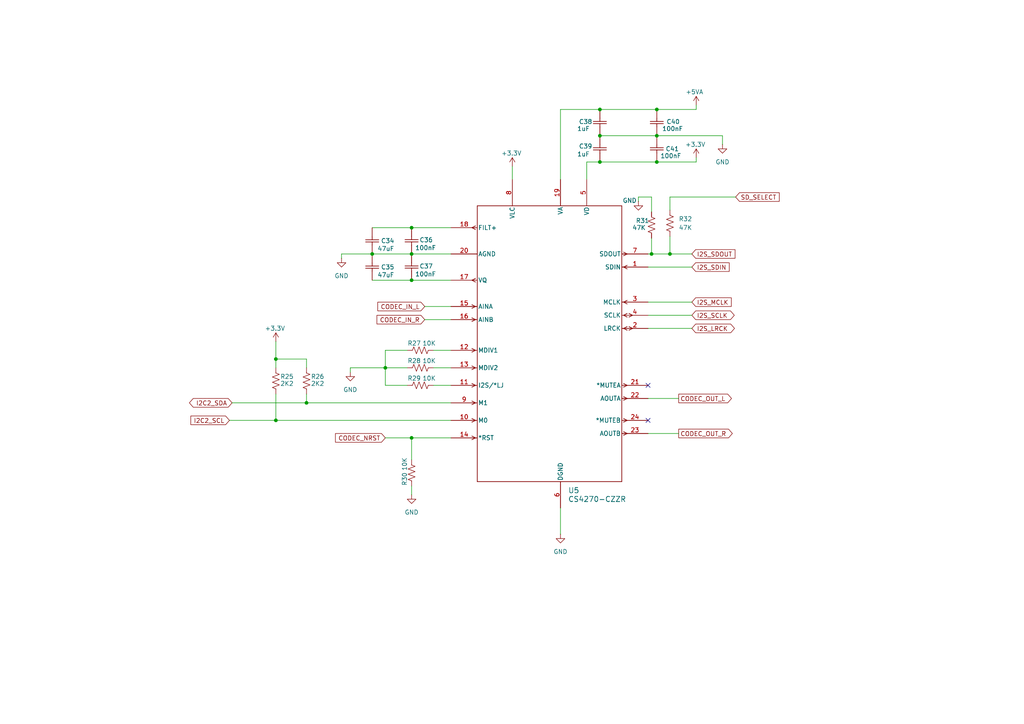
<source format=kicad_sch>
(kicad_sch (version 20231120) (generator "eeschema") (generator_version "8.0")
  (paper "A4")
  (lib_symbols
    (symbol "Digital_Multi_Effect_Pedal:CS4270-CZZR" (pin_names (offset 0.254))
      (property "Reference" "U" (at 39.37 -49.022 0))
      (property "Value" "CS4270-CZZR" (at 40.132 -53.086 0))
      (symbol "CS4270-CZZR_0_1"
        (polyline (pts (xy 18.5293 -85.09) (xy 17.4879 -85.6107)) (stroke (width 0.2032)))
        (polyline (pts (xy 18.5293 -85.09) (xy 17.4879 -84.5693)) (stroke (width 0.2032)))
        (polyline (pts (xy 18.5293 -80.01) (xy 17.4879 -80.5307)) (stroke (width 0.2032)))
        (polyline (pts (xy 18.5293 -80.01) (xy 17.4879 -79.4893)) (stroke (width 0.2032)))
        (polyline (pts (xy 18.5293 -74.93) (xy 17.4879 -75.4507)) (stroke (width 0.2032)))
        (polyline (pts (xy 18.5293 -74.93) (xy 17.4879 -74.4093)) (stroke (width 0.2032)))
        (polyline (pts (xy 18.5293 -69.85) (xy 17.4879 -70.3707)) (stroke (width 0.2032)))
        (polyline (pts (xy 18.5293 -69.85) (xy 17.4879 -69.3293)) (stroke (width 0.2032)))
        (polyline (pts (xy 18.5293 -64.77) (xy 17.4879 -65.2907)) (stroke (width 0.2032)))
        (polyline (pts (xy 18.5293 -64.77) (xy 17.4879 -64.2493)) (stroke (width 0.2032)))
        (polyline (pts (xy 18.5293 -59.69) (xy 17.4879 -60.2107)) (stroke (width 0.2032)))
        (polyline (pts (xy 18.5293 -59.69) (xy 17.4879 -59.1693)) (stroke (width 0.2032)))
        (polyline (pts (xy 18.5293 -50.8) (xy 17.4879 -51.3207)) (stroke (width 0.2032)))
        (polyline (pts (xy 18.5293 -50.8) (xy 17.4879 -50.2793)) (stroke (width 0.2032)))
        (polyline (pts (xy 18.5293 -46.99) (xy 17.4879 -47.5107)) (stroke (width 0.2032)))
        (polyline (pts (xy 18.5293 -46.99) (xy 17.4879 -46.4693)) (stroke (width 0.2032)))
        (polyline (pts (xy 18.5293 -39.8907) (xy 17.4879 -39.37)) (stroke (width 0.2032)))
        (polyline (pts (xy 18.5293 -38.8493) (xy 17.4879 -39.37)) (stroke (width 0.2032)))
        (polyline (pts (xy 18.5293 -24.6507) (xy 17.4879 -24.13)) (stroke (width 0.2032)))
        (polyline (pts (xy 18.5293 -23.6093) (xy 17.4879 -24.13)) (stroke (width 0.2032)))
        (polyline (pts (xy 19.05 -97.79) (xy 60.96 -97.79)) (stroke (width 0.2032)))
        (polyline (pts (xy 19.05 -17.78) (xy 19.05 -97.79)) (stroke (width 0.2032)))
        (polyline (pts (xy 60.96 -97.79) (xy 60.96 -17.78)) (stroke (width 0.2032)))
        (polyline (pts (xy 60.96 -17.78) (xy 19.05 -17.78)) (stroke (width 0.2032)))
        (polyline (pts (xy 61.4807 -84.3407) (xy 62.5221 -83.82)) (stroke (width 0.2032)))
        (polyline (pts (xy 61.4807 -83.2993) (xy 62.5221 -83.82)) (stroke (width 0.2032)))
        (polyline (pts (xy 61.4807 -80.5307) (xy 62.5221 -80.01)) (stroke (width 0.2032)))
        (polyline (pts (xy 61.4807 -79.4893) (xy 62.5221 -80.01)) (stroke (width 0.2032)))
        (polyline (pts (xy 61.4807 -74.1807) (xy 62.5221 -73.66)) (stroke (width 0.2032)))
        (polyline (pts (xy 61.4807 -73.1393) (xy 62.5221 -73.66)) (stroke (width 0.2032)))
        (polyline (pts (xy 61.4807 -70.3707) (xy 62.5221 -69.85)) (stroke (width 0.2032)))
        (polyline (pts (xy 61.4807 -69.3293) (xy 62.5221 -69.85)) (stroke (width 0.2032)))
        (polyline (pts (xy 61.4807 -53.34) (xy 62.5221 -53.8607)) (stroke (width 0.2032)))
        (polyline (pts (xy 61.4807 -53.34) (xy 62.5221 -52.8193)) (stroke (width 0.2032)))
        (polyline (pts (xy 61.4807 -49.53) (xy 62.5221 -50.0507)) (stroke (width 0.2032)))
        (polyline (pts (xy 61.4807 -49.53) (xy 62.5221 -49.0093)) (stroke (width 0.2032)))
        (polyline (pts (xy 61.4807 -45.72) (xy 62.5221 -46.2407)) (stroke (width 0.2032)))
        (polyline (pts (xy 61.4807 -45.72) (xy 62.5221 -45.1993)) (stroke (width 0.2032)))
        (polyline (pts (xy 61.4807 -35.56) (xy 62.5221 -36.0807)) (stroke (width 0.2032)))
        (polyline (pts (xy 61.4807 -35.56) (xy 62.5221 -35.0393)) (stroke (width 0.2032)))
        (polyline (pts (xy 61.4807 -32.2707) (xy 62.5221 -31.75)) (stroke (width 0.2032)))
        (polyline (pts (xy 61.4807 -31.2293) (xy 62.5221 -31.75)) (stroke (width 0.2032)))
        (polyline (pts (xy 63.0428 -53.8607) (xy 64.0842 -53.34)) (stroke (width 0.2032)))
        (polyline (pts (xy 63.0428 -52.8193) (xy 64.0842 -53.34)) (stroke (width 0.2032)))
        (polyline (pts (xy 63.0428 -50.0507) (xy 64.0842 -49.53)) (stroke (width 0.2032)))
        (polyline (pts (xy 63.0428 -49.0093) (xy 64.0842 -49.53)) (stroke (width 0.2032)))
        (pin input line (at 68.58 -35.56 180) (length 7.62) (name "SDIN") (number "1"))
        (pin input line (at 11.43 -80.01 0) (length 7.62) (name "M0") (number "10"))
        (pin input line (at 11.43 -69.85 0) (length 7.62) (name "I2S/*LJ") (number "11"))
        (pin input line (at 11.43 -59.69 0) (length 7.62) (name "MDIV1") (number "12"))
        (pin input line (at 11.43 -64.77 0) (length 7.62) (name "MDIV2") (number "13"))
        (pin input line (at 11.43 -85.09 0) (length 7.62) (name "*RST") (number "14"))
        (pin input line (at 11.43 -46.99 0) (length 7.62) (name "AINA") (number "15"))
        (pin input line (at 11.43 -50.8 0) (length 7.62) (name "AINB") (number "16"))
        (pin output line (at 11.43 -39.37 0) (length 7.62) (name "VQ") (number "17"))
        (pin output line (at 11.43 -24.13 0) (length 7.62) (name "FILT+") (number "18"))
        (pin power_in line (at 43.18 -10.16 270) (length 7.62) (name "VA") (number "19"))
        (pin bidirectional line (at 68.58 -53.34 180) (length 7.62) (name "LRCK") (number "2"))
        (pin power_in line (at 11.43 -31.75 0) (length 7.62) (name "AGND") (number "20"))
        (pin output line (at 68.58 -69.85 180) (length 7.62) (name "*MUTEA") (number "21"))
        (pin output line (at 68.58 -73.66 180) (length 7.62) (name "AOUTA") (number "22"))
        (pin output line (at 68.58 -83.82 180) (length 7.62) (name "AOUTB") (number "23"))
        (pin output line (at 68.58 -80.01 180) (length 7.62) (name "*MUTEB") (number "24"))
        (pin input line (at 68.58 -45.72 180) (length 7.62) (name "MCLK") (number "3"))
        (pin bidirectional line (at 68.58 -49.53 180) (length 7.62) (name "SCLK") (number "4"))
        (pin power_in line (at 50.8 -10.16 270) (length 7.62) (name "VD") (number "5"))
        (pin power_in line (at 43.18 -105.41 90) (length 7.62) (name "DGND") (number "6"))
        (pin output line (at 68.58 -31.75 180) (length 7.62) (name "SDOUT") (number "7"))
        (pin power_in line (at 29.21 -10.16 270) (length 7.62) (name "VLC") (number "8"))
        (pin input line (at 11.43 -74.93 0) (length 7.62) (name "M1") (number "9"))
      )
    )
    (symbol "charge_battery_sym_lib:Ceramic_Cap_SMD_100nF_16V" (pin_numbers hide) (pin_names hide)
      (property "Reference" "C" (at 1.016 2.794 0))
      (property "Value" "100nF/16V" (at 0.254 5.334 0))
      (symbol "Ceramic_Cap_SMD_100nF_16V_1_1"
        (polyline (pts (xy 1.27 0) (xy 2.2098 0)) (stroke (width 0.2032)))
        (polyline (pts (xy 2.2098 -1.905) (xy 2.2098 1.905)) (stroke (width 0.2032)))
        (polyline (pts (xy 2.8448 -1.905) (xy 2.8448 1.905)) (stroke (width 0.2032)))
        (polyline (pts (xy 2.8448 0) (xy 3.81 0)) (stroke (width 0.2032)))
        (pin unspecified line (at -1.27 0 0) (length 2.54) (name "") (number "1"))
        (pin unspecified line (at 6.35 0 180) (length 2.54) (name "") (number "2"))
      )
    )
    (symbol "charge_battery_sym_lib:Ceramic_Cap_SMD_1uF_16V" (pin_numbers hide) (pin_names hide)
      (property "Reference" "C" (at 2.286 2.794 0))
      (property "Value" "1uF/16V" (at 0.254 5.334 0))
      (symbol "Ceramic_Cap_SMD_1uF_16V_1_1"
        (polyline (pts (xy 2.54 0) (xy 3.4798 0)) (stroke (width 0.2032)))
        (polyline (pts (xy 3.4798 -1.905) (xy 3.4798 1.905)) (stroke (width 0.2032)))
        (polyline (pts (xy 4.1148 -1.905) (xy 4.1148 1.905)) (stroke (width 0.2032)))
        (polyline (pts (xy 4.1148 0) (xy 5.08 0)) (stroke (width 0.2032)))
        (pin unspecified line (at 0 0 0) (length 2.54) (name "") (number "1"))
        (pin unspecified line (at 7.62 0 180) (length 2.54) (name "") (number "2"))
      )
    )
    (symbol "charge_battery_sym_lib:Ceramic_Cap_SMD_47uF_6.3V" (pin_numbers hide) (pin_names hide)
      (property "Reference" "C" (at 2.286 2.794 0))
      (property "Value" "47uF/6.3V" (at 0.254 5.334 0))
      (symbol "Ceramic_Cap_SMD_47uF_6.3V_1_1"
        (polyline (pts (xy 2.54 0) (xy 3.4798 0)) (stroke (width 0.2032)))
        (polyline (pts (xy 3.4798 -1.905) (xy 3.4798 1.905)) (stroke (width 0.2032)))
        (polyline (pts (xy 4.1148 -1.905) (xy 4.1148 1.905)) (stroke (width 0.2032)))
        (polyline (pts (xy 4.1148 0) (xy 5.08 0)) (stroke (width 0.2032)))
        (pin unspecified line (at 0 0 0) (length 2.54) (name "") (number "1"))
        (pin unspecified line (at 7.62 0 180) (length 2.54) (name "") (number "2"))
      )
    )
    (symbol "charge_battery_sym_lib:Res_10K_0603_1%" (pin_numbers hide) (pin_names hide)
      (property "Reference" "R" (at 2.794 3.81 0))
      (property "Value" "10K/1%/1_10W" (at 4.064 -2.54 0))
      (symbol "Res_10K_0603_1%_0_1"
        (polyline (pts (xy 1.524 0) (xy 1.27 0)))
        (polyline (pts (xy 6.096 0) (xy 6.35 0)))
        (polyline (pts (xy 1.524 0) (xy 1.905 1.016) (xy 2.286 0) (xy 2.667 -1.016) (xy 3.048 0)))
        (polyline (pts (xy 3.048 0) (xy 3.429 1.016) (xy 3.81 0) (xy 4.191 -1.016) (xy 4.572 0)))
        (polyline (pts (xy 4.572 0) (xy 4.953 1.016) (xy 5.334 0) (xy 5.715 -1.016) (xy 6.096 0)))
      )
      (symbol "Res_10K_0603_1%_1_1"
        (pin passive line (at 0 0 0) (length 1.27) (name "~") (number "1"))
        (pin passive line (at 7.62 0 180) (length 1.27) (name "~") (number "2"))
      )
    )
    (symbol "charge_battery_sym_lib:Res_2K2_0603_1%" (pin_numbers hide) (pin_names hide)
      (property "Reference" "R" (at 3.556 2.54 0))
      (property "Value" "2K2/1%/1_10W" (at 4.064 -2.54 0))
      (symbol "Res_2K2_0603_1%_0_1"
        (polyline (pts (xy 1.524 0) (xy 1.27 0)))
        (polyline (pts (xy 6.096 0) (xy 6.35 0)))
        (polyline (pts (xy 1.524 0) (xy 1.905 1.016) (xy 2.286 0) (xy 2.667 -1.016) (xy 3.048 0)))
        (polyline (pts (xy 3.048 0) (xy 3.429 1.016) (xy 3.81 0) (xy 4.191 -1.016) (xy 4.572 0)))
        (polyline (pts (xy 4.572 0) (xy 4.953 1.016) (xy 5.334 0) (xy 5.715 -1.016) (xy 6.096 0)))
      )
      (symbol "Res_2K2_0603_1%_1_1"
        (pin passive line (at 0 0 0) (length 1.27) (name "~") (number "1"))
        (pin passive line (at 7.62 0 180) (length 1.27) (name "~") (number "2"))
      )
    )
    (symbol "charge_battery_sym_lib:Res_47K_0603_1%" (pin_numbers hide) (pin_names hide)
      (property "Reference" "R" (at 2.794 3.81 0))
      (property "Value" "47K/1%/1_10W" (at 4.064 -2.54 0))
      (symbol "Res_47K_0603_1%_0_1"
        (polyline (pts (xy 1.524 0) (xy 1.27 0)))
        (polyline (pts (xy 6.096 0) (xy 6.35 0)))
        (polyline (pts (xy 1.524 0) (xy 1.905 1.016) (xy 2.286 0) (xy 2.667 -1.016) (xy 3.048 0)))
        (polyline (pts (xy 3.048 0) (xy 3.429 1.016) (xy 3.81 0) (xy 4.191 -1.016) (xy 4.572 0)))
        (polyline (pts (xy 4.572 0) (xy 4.953 1.016) (xy 5.334 0) (xy 5.715 -1.016) (xy 6.096 0)))
      )
      (symbol "Res_47K_0603_1%_1_1"
        (pin passive line (at 0 0 0) (length 1.27) (name "~") (number "1"))
        (pin passive line (at 7.62 0 180) (length 1.27) (name "~") (number "2"))
      )
    )
    (symbol "power:+3.3V" (power) (pin_numbers hide) (pin_names (offset 0) hide)
      (property "Value" "+3.3V" (at 0 3.556 0))
      (symbol "+3.3V_0_1"
        (polyline (pts (xy -0.762 1.27) (xy 0 2.54)))
        (polyline (pts (xy 0 0) (xy 0 2.54)))
        (polyline (pts (xy 0 2.54) (xy 0.762 1.27)))
      )
      (symbol "+3.3V_1_1"
        (pin power_in line (at 0 0 90) (length 0) (name "~") (number "1"))
      )
    )
    (symbol "power:+5VA" (power) (pin_numbers hide) (pin_names (offset 0) hide)
      (property "Value" "+5VA" (at 0 3.556 0))
      (symbol "+5VA_0_1"
        (polyline (pts (xy -0.762 1.27) (xy 0 2.54)))
        (polyline (pts (xy 0 0) (xy 0 2.54)))
        (polyline (pts (xy 0 2.54) (xy 0.762 1.27)))
      )
      (symbol "+5VA_1_1"
        (pin power_in line (at 0 0 90) (length 0) (name "~") (number "1"))
      )
    )
    (symbol "power:GND" (power) (pin_numbers hide) (pin_names (offset 0) hide)
      (property "Value" "GND" (at 0 -3.81 0))
      (symbol "GND_0_1"
        (polyline (pts (xy 0 0) (xy 0 -1.27) (xy 1.27 -1.27) (xy 0 -2.54) (xy -1.27 -1.27) (xy 0 -1.27)))
      )
      (symbol "GND_1_1"
        (pin power_in line (at 0 0 270) (length 0) (name "~") (number "1"))
      )
    )
  )
  (junction (at 190.5 46.99))
  (junction (at 173.99 31.75))
  (junction (at 119.38 73.66))
  (junction (at 173.99 46.99))
  (junction (at 188.976 73.66))
  (junction (at 119.38 127))
  (junction (at 190.5 31.75))
  (junction (at 80.01 121.92))
  (junction (at 190.5 39.37))
  (junction (at 107.95 73.66))
  (junction (at 88.9 116.84))
  (junction (at 80.01 104.14))
  (junction (at 194.31 73.66))
  (junction (at 119.38 81.28))
  (junction (at 111.76 106.68))
  (junction (at 173.99 39.37))
  (junction (at 119.38 66.04))
  (no_connect (at 187.96 111.76))
  (no_connect (at 187.96 121.92))
  (wire (pts (xy 213.36 57.15) (xy 194.31 57.15)))
  (wire (pts (xy 119.38 73.66) (xy 130.81 73.66)))
  (wire (pts (xy 125.73 106.68) (xy 130.81 106.68)))
  (wire (pts (xy 173.99 31.75) (xy 190.5 31.75)))
  (wire (pts (xy 194.31 57.15) (xy 194.31 60.96)))
  (wire (pts (xy 187.96 73.66) (xy 188.976 73.66)))
  (wire (pts (xy 187.96 87.63) (xy 200.66 87.63)))
  (wire (pts (xy 188.976 57.15) (xy 188.976 61.468)))
  (wire (pts (xy 111.76 101.6) (xy 118.11 101.6)))
  (wire (pts (xy 148.59 48.26) (xy 148.59 52.07)))
  (wire (pts (xy 107.95 81.28) (xy 119.38 81.28)))
  (wire (pts (xy 185.166 57.15) (xy 188.976 57.15)))
  (wire (pts (xy 101.6 106.68) (xy 101.6 107.95)))
  (wire (pts (xy 125.73 111.76) (xy 130.81 111.76)))
  (wire (pts (xy 162.56 31.75) (xy 162.56 52.07)))
  (wire (pts (xy 209.55 41.91) (xy 209.55 39.37)))
  (wire (pts (xy 118.11 106.68) (xy 111.76 106.68)))
  (wire (pts (xy 173.99 46.99) (xy 170.18 46.99)))
  (wire (pts (xy 119.38 81.28) (xy 130.81 81.28)))
  (wire (pts (xy 196.85 115.57) (xy 187.96 115.57)))
  (wire (pts (xy 80.01 104.14) (xy 80.01 106.68)))
  (wire (pts (xy 187.96 77.47) (xy 200.66 77.47)))
  (wire (pts (xy 201.93 45.72) (xy 201.93 46.99)))
  (wire (pts (xy 123.19 92.71) (xy 130.81 92.71)))
  (wire (pts (xy 99.06 73.66) (xy 107.95 73.66)))
  (wire (pts (xy 111.76 111.76) (xy 111.76 106.68)))
  (wire (pts (xy 80.01 114.3) (xy 80.01 121.92)))
  (wire (pts (xy 173.99 46.99) (xy 190.5 46.99)))
  (wire (pts (xy 119.38 127) (xy 130.81 127)))
  (wire (pts (xy 111.76 101.6) (xy 111.76 106.68)))
  (wire (pts (xy 190.5 39.37) (xy 209.55 39.37)))
  (wire (pts (xy 101.6 106.68) (xy 111.76 106.68)))
  (wire (pts (xy 173.99 39.37) (xy 190.5 39.37)))
  (wire (pts (xy 118.11 111.76) (xy 111.76 111.76)))
  (wire (pts (xy 185.166 57.15) (xy 185.166 58.42)))
  (wire (pts (xy 162.56 147.32) (xy 162.56 154.94)))
  (wire (pts (xy 201.93 30.48) (xy 201.93 31.75)))
  (wire (pts (xy 119.38 140.97) (xy 119.38 143.51)))
  (wire (pts (xy 111.76 127) (xy 119.38 127)))
  (wire (pts (xy 170.18 46.99) (xy 170.18 52.07)))
  (wire (pts (xy 66.548 121.92) (xy 80.01 121.92)))
  (wire (pts (xy 187.96 95.25) (xy 200.66 95.25)))
  (wire (pts (xy 188.976 69.088) (xy 188.976 73.66)))
  (wire (pts (xy 196.85 125.73) (xy 187.96 125.73)))
  (wire (pts (xy 80.01 121.92) (xy 130.81 121.92)))
  (wire (pts (xy 88.9 104.14) (xy 80.01 104.14)))
  (wire (pts (xy 194.31 68.58) (xy 194.31 73.66)))
  (wire (pts (xy 162.56 31.75) (xy 173.99 31.75)))
  (wire (pts (xy 194.31 73.66) (xy 200.66 73.66)))
  (wire (pts (xy 123.19 88.9) (xy 130.81 88.9)))
  (wire (pts (xy 119.38 66.04) (xy 130.81 66.04)))
  (wire (pts (xy 119.38 127) (xy 119.38 133.35)))
  (wire (pts (xy 88.9 114.3) (xy 88.9 116.84)))
  (wire (pts (xy 188.976 73.66) (xy 194.31 73.66)))
  (wire (pts (xy 67.31 116.84) (xy 88.9 116.84)))
  (wire (pts (xy 201.93 31.75) (xy 190.5 31.75)))
  (wire (pts (xy 187.96 91.44) (xy 200.66 91.44)))
  (wire (pts (xy 88.9 116.84) (xy 130.81 116.84)))
  (wire (pts (xy 107.95 73.66) (xy 119.38 73.66)))
  (wire (pts (xy 125.73 101.6) (xy 130.81 101.6)))
  (wire (pts (xy 99.06 74.93) (xy 99.06 73.66)))
  (wire (pts (xy 80.01 99.06) (xy 80.01 104.14)))
  (wire (pts (xy 88.9 106.68) (xy 88.9 104.14)))
  (wire (pts (xy 107.95 66.04) (xy 119.38 66.04)))
  (wire (pts (xy 201.93 46.99) (xy 190.5 46.99)))
  (global_label "CODEC_NRST" (shape input) (at 111.76 127 180) (property "Intersheetrefs" "${INTERSHEET_REFS}" (effects (hide yes))))
  (global_label "I2C2_SCL" (shape input) (at 66.548 121.92 180) (property "Intersheetrefs" "${INTERSHEET_REFS}" (effects (hide yes))))
  (global_label "SD_SELECT" (shape input) (at 213.36 57.15 0) (property "Intersheetrefs" "${INTERSHEET_REFS}" (effects (hide yes))))
  (global_label "I2S_SCLK" (shape bidirectional) (at 200.66 91.44 0) (property "Intersheetrefs" "${INTERSHEET_REFS}" (effects (hide yes))))
  (global_label "CODEC_OUT_R" (shape output) (at 196.85 125.73 0) (property "Intersheetrefs" "${INTERSHEET_REFS}" (effects (hide yes))))
  (global_label "I2S_SDOUT" (shape input) (at 200.66 73.66 0) (property "Intersheetrefs" "${INTERSHEET_REFS}" (effects (hide yes))))
  (global_label "I2S_SDIN" (shape input) (at 200.66 77.47 0) (property "Intersheetrefs" "${INTERSHEET_REFS}" (effects (hide yes))))
  (global_label "I2S_MCLK" (shape input) (at 200.66 87.63 0) (property "Intersheetrefs" "${INTERSHEET_REFS}" (effects (hide yes))))
  (global_label "CODEC_IN_R" (shape input) (at 123.19 92.71 180) (property "Intersheetrefs" "${INTERSHEET_REFS}" (effects (hide yes))))
  (global_label "CODEC_OUT_L" (shape output) (at 196.85 115.57 0) (property "Intersheetrefs" "${INTERSHEET_REFS}" (effects (hide yes))))
  (global_label "CODEC_IN_L" (shape input) (at 123.19 88.9 180) (property "Intersheetrefs" "${INTERSHEET_REFS}" (effects (hide yes))))
  (global_label "I2S_LRCK" (shape bidirectional) (at 200.66 95.25 0) (property "Intersheetrefs" "${INTERSHEET_REFS}" (effects (hide yes))))
  (global_label "I2C2_SDA" (shape bidirectional) (at 67.31 116.84 180) (property "Intersheetrefs" "${INTERSHEET_REFS}" (effects (hide yes))))
  (symbol (lib_id "power:GND") (at 99.06 74.93 0) (unit 1)
    (property "Reference" "#PWR056" (effects (hide yes)))
    (property "Value" "GND" (at 99.06 80.01 0))
    (property "Description" "Power symbol creates a global label with name \"GND\" , ground" (effects (hide yes)))
  )
  (symbol (lib_id "power:GND") (at 209.55 41.91 0) (unit 1)
    (property "Reference" "#PWR064" (effects (hide yes)))
    (property "Value" "GND" (at 209.55 46.99 0))
    (property "Description" "Power symbol creates a global label with name \"GND\" , ground" (effects (hide yes)))
  )
  (symbol (lib_id "power:+3.3V") (at 80.01 99.06 0) (unit 1)
    (property "Reference" "#PWR055" (effects (hide yes)))
    (property "Value" "+3.3V" (at 79.756 95.25 0))
    (property "Description" "Power symbol creates a global label with name \"+3.3V\"" (effects (hide yes)))
  )
  (symbol (lib_id "charge_battery_sym_lib:Ceramic_Cap_SMD_47uF_6.3V") (at 107.95 81.28 90) (unit 1)
    (property "Reference" "C35" (at 110.49 77.47 90) (effects (justify right)))
    (property "Value" "47uF" (at 109.474 79.756 90) (effects (justify right)))
    (property "Footprint" "charge_battery_footprint_lib:Ceramic_Cap_0805" (effects (hide yes)))
    (property "Description" "10%, 0805 (2012 Metric)" (effects (hide yes)))
    (property "Supply name" "Thegioiic" (effects (hide yes)))
    (property "Supply part number" "Tụ Gốm 0805 47uF 6.3V" (effects (hide yes)))
    (property "Supply URL" "https://www.thegioiic.com/tu-gom-0805-47uf-6-3v" (effects (hide yes)))
  )
  (symbol (lib_id "charge_battery_sym_lib:Res_10K_0603_1%") (at 118.11 111.76 0) (unit 1)
    (property "Reference" "R29" (at 120.142 109.728 0))
    (property "Value" "10K" (at 124.46 109.728 0))
    (property "Footprint" "charge_battery_footprint_lib:Res_0603" (effects (hide yes)))
    (property "Datasheet" "https://fscdn.rohm.com/en/products/databook/datasheet/passive/resistor/chip_resistor/esr-e.pdf" (effects (hide yes)))
    (property "Description" "Res 10 KOhm 0603 1%" (effects (hide yes)))
    (property "Supply name" "Thegioiic" (effects (hide yes)))
    (property "Supply part number" "Điện Trở 10 KOhm 0603 1%" (effects (hide yes)))
    (property "Supply URL" "https://www.thegioiic.com/dien-tro-10-kohm-0603-1-" (effects (hide yes)))
  )
  (symbol (lib_id "charge_battery_sym_lib:Res_2K2_0603_1%") (at 80.01 114.3 90) (unit 1)
    (property "Reference" "R25" (at 81.28 109.22 90) (effects (justify right)))
    (property "Value" "2K2" (at 81.28 111.252 90) (effects (justify right)))
    (property "Footprint" "charge_battery_footprint_lib:Res_0603" (effects (hide yes)))
    (property "Datasheet" "https://fscdn.rohm.com/en/products/databook/datasheet/passive/resistor/chip_resistor/esr-e.pdf" (effects (hide yes)))
    (property "Description" "Res 2.2 KOhm 0603 1%" (effects (hide yes)))
    (property "Supply name" "Thegioiic" (effects (hide yes)))
    (property "Supply part number" "Điện Trở 2.2 KOhm 0603 1%" (effects (hide yes)))
    (property "Supply URL" "https://www.thegioiic.com/dien-tro-2-2-kohm-0603-1-" (effects (hide yes)))
  )
  (symbol (lib_id "charge_battery_sym_lib:Res_10K_0603_1%") (at 118.11 106.68 0) (unit 1)
    (property "Reference" "R28" (at 120.142 104.648 0))
    (property "Value" "10K" (at 124.46 104.648 0))
    (property "Footprint" "charge_battery_footprint_lib:Res_0603" (effects (hide yes)))
    (property "Datasheet" "https://fscdn.rohm.com/en/products/databook/datasheet/passive/resistor/chip_resistor/esr-e.pdf" (effects (hide yes)))
    (property "Description" "Res 10 KOhm 0603 1%" (effects (hide yes)))
    (property "Supply name" "Thegioiic" (effects (hide yes)))
    (property "Supply part number" "Điện Trở 10 KOhm 0603 1%" (effects (hide yes)))
    (property "Supply URL" "https://www.thegioiic.com/dien-tro-10-kohm-0603-1-" (effects (hide yes)))
  )
  (symbol (lib_id "charge_battery_sym_lib:Res_10K_0603_1%") (at 119.38 140.97 90) (unit 1)
    (property "Reference" "R30" (at 117.348 138.938 0))
    (property "Value" "10K" (at 117.348 134.62 0))
    (property "Footprint" "charge_battery_footprint_lib:Res_0603" (effects (hide yes)))
    (property "Datasheet" "https://fscdn.rohm.com/en/products/databook/datasheet/passive/resistor/chip_resistor/esr-e.pdf" (effects (hide yes)))
    (property "Description" "Res 10 KOhm 0603 1%" (effects (hide yes)))
    (property "Supply name" "Thegioiic" (effects (hide yes)))
    (property "Supply part number" "Điện Trở 10 KOhm 0603 1%" (effects (hide yes)))
    (property "Supply URL" "https://www.thegioiic.com/dien-tro-10-kohm-0603-1-" (effects (hide yes)))
  )
  (symbol (lib_id "power:GND") (at 119.38 143.51 0) (unit 1)
    (property "Reference" "#PWR058" (effects (hide yes)))
    (property "Value" "GND" (at 119.38 148.59 0))
    (property "Description" "Power symbol creates a global label with name \"GND\" , ground" (effects (hide yes)))
  )
  (symbol (lib_id "charge_battery_sym_lib:Res_47K_0603_1%") (at 194.31 68.58 90) (unit 1)
    (property "Reference" "R32" (at 196.85 63.4999 90) (effects (justify right)))
    (property "Value" "47K" (at 196.85 66.0399 90) (effects (justify right)))
    (property "Footprint" "charge_battery_footprint_lib:Res_0603" (effects (hide yes)))
    (property "Datasheet" "https://fscdn.rohm.com/en/products/databook/datasheet/passive/resistor/chip_resistor/esr-e.pdf" (effects (hide yes)))
    (property "Description" "Res 47 KOhm 0603 1%" (effects (hide yes)))
    (property "Supply name" "Thegioiic" (effects (hide yes)))
    (property "Supply part number" "Điện Trở 47 KOhm 0603 1%" (effects (hide yes)))
    (property "Supply URL" "https://www.thegioiic.com/dien-tro-47-kohm-0603-1-" (effects (hide yes)))
  )
  (symbol (lib_id "charge_battery_sym_lib:Ceramic_Cap_SMD_100nF_16V") (at 119.38 67.31 270) (unit 1)
    (property "Reference" "C36" (at 121.666 69.596 90) (effects (justify left)))
    (property "Value" "100nF" (at 120.396 71.882 90) (effects (justify left)))
    (property "Footprint" "charge_battery_footprint_lib:Ceramic_Cap_0603" (effects (hide yes)))
    (property "Datasheet" "https://www.mouser.vn/datasheet/2/40/KYOCERA_AutoMLCCKAM-3106308.pdf" (effects (hide yes)))
    (property "Description" "10%, 0603 (1608 Metric)" (effects (hide yes)))
    (property "Supply name" "Thegioiic" (effects (hide yes)))
    (property "Supply part number" "Tụ Gốm 0603 100nF (0.1uF) 16V" (effects (hide yes)))
    (property "Supply URL" "https://www.thegioiic.com/tu-gom-0603-100nf-0-1uf-16v" (effects (hide yes)))
  )
  (symbol (lib_id "charge_battery_sym_lib:Ceramic_Cap_SMD_100nF_16V") (at 190.5 40.64 270) (unit 1)
    (property "Reference" "C41" (at 193.04 43.18 90) (effects (justify left)))
    (property "Value" "100nF" (at 191.516 45.212 90) (effects (justify left)))
    (property "Footprint" "charge_battery_footprint_lib:Ceramic_Cap_0603" (effects (hide yes)))
    (property "Datasheet" "https://www.mouser.vn/datasheet/2/40/KYOCERA_AutoMLCCKAM-3106308.pdf" (effects (hide yes)))
    (property "Description" "10%, 0603 (1608 Metric)" (effects (hide yes)))
    (property "Supply name" "Thegioiic" (effects (hide yes)))
    (property "Supply part number" "Tụ Gốm 0603 100nF (0.1uF) 16V" (effects (hide yes)))
    (property "Supply URL" "https://www.thegioiic.com/tu-gom-0603-100nf-0-1uf-16v" (effects (hide yes)))
  )
  (symbol (lib_id "charge_battery_sym_lib:Ceramic_Cap_SMD_1uF_16V") (at 173.99 31.75 270) (unit 1)
    (property "Reference" "C38" (at 167.894 35.306 90) (effects (justify left)))
    (property "Value" "1uF" (at 167.386 37.338 90) (effects (justify left)))
    (property "Footprint" "charge_battery_footprint_lib:Ceramic_Cap_0603" (effects (hide yes)))
    (property "Datasheet" "https://www.mouser.vn/datasheet/2/40/KYOCERA_AutoMLCCKAM-3106308.pdf" (effects (hide yes)))
    (property "Description" "10%, 0603 (1608 Metric)" (effects (hide yes)))
    (property "Supply name" "Thegioiic" (effects (hide yes)))
    (property "Supply part number" "Tụ Gốm 0603 1uF 16V" (effects (hide yes)))
    (property "Supply URL" "https://www.thegioiic.com/tu-gom-0603-1uf-16v" (effects (hide yes)))
  )
  (symbol (lib_id "charge_battery_sym_lib:Res_2K2_0603_1%") (at 88.9 114.3 90) (unit 1)
    (property "Reference" "R26" (at 90.17 109.22 90) (effects (justify right)))
    (property "Value" "2K2" (at 90.17 111.252 90) (effects (justify right)))
    (property "Footprint" "charge_battery_footprint_lib:Res_0603" (effects (hide yes)))
    (property "Datasheet" "https://fscdn.rohm.com/en/products/databook/datasheet/passive/resistor/chip_resistor/esr-e.pdf" (effects (hide yes)))
    (property "Description" "Res 2.2 KOhm 0603 1%" (effects (hide yes)))
    (property "Supply name" "Thegioiic" (effects (hide yes)))
    (property "Supply part number" "Điện Trở 2.2 KOhm 0603 1%" (effects (hide yes)))
    (property "Supply URL" "https://www.thegioiic.com/dien-tro-2-2-kohm-0603-1-" (effects (hide yes)))
  )
  (symbol (lib_id "power:GND") (at 162.56 154.94 0) (unit 1)
    (property "Reference" "#PWR060" (effects (hide yes)))
    (property "Value" "GND" (at 162.56 160.02 0))
    (property "Description" "Power symbol creates a global label with name \"GND\" , ground" (effects (hide yes)))
  )
  (symbol (lib_id "Digital_Multi_Effect_Pedal:CS4270-CZZR") (at 119.38 41.91 0) (unit 1)
    (property "Reference" "U5" (at 164.7541 142.24 0) (effects (font (size 1.524 1.524)) (justify left)))
    (property "Value" "CS4270-CZZR" (at 164.7541 144.78 0) (effects (font (size 1.524 1.524)) (justify left)))
    (property "Footprint" "Digital_Multi_Effect_Pedal:CIR-TSSOP-24" (effects (hide yes)))
    (property "Datasheet" "CS4270-CZZR" (effects (hide yes)))
  )
  (symbol (lib_id "power:GND") (at 101.6 107.95 0) (unit 1)
    (property "Reference" "#PWR057" (effects (hide yes)))
    (property "Value" "GND" (at 101.6 113.03 0))
    (property "Description" "Power symbol creates a global label with name \"GND\" , ground" (effects (hide yes)))
  )
  (symbol (lib_id "charge_battery_sym_lib:Res_47K_0603_1%") (at 188.976 69.088 90) (unit 1)
    (property "Reference" "R31" (at 184.404 64.008 90) (effects (justify right)))
    (property "Value" "47K" (at 183.388 66.04 90) (effects (justify right)))
    (property "Footprint" "charge_battery_footprint_lib:Res_0603" (effects (hide yes)))
    (property "Datasheet" "https://fscdn.rohm.com/en/products/databook/datasheet/passive/resistor/chip_resistor/esr-e.pdf" (effects (hide yes)))
    (property "Description" "Res 47 KOhm 0603 1%" (effects (hide yes)))
    (property "Supply name" "Thegioiic" (effects (hide yes)))
    (property "Supply part number" "Điện Trở 47 KOhm 0603 1%" (effects (hide yes)))
    (property "Supply URL" "https://www.thegioiic.com/dien-tro-47-kohm-0603-1-" (effects (hide yes)))
  )
  (symbol (lib_id "charge_battery_sym_lib:Ceramic_Cap_SMD_100nF_16V") (at 119.38 74.93 270) (unit 1)
    (property "Reference" "C37" (at 121.666 77.216 90) (effects (justify left)))
    (property "Value" "100nF" (at 120.396 79.502 90) (effects (justify left)))
    (property "Footprint" "charge_battery_footprint_lib:Ceramic_Cap_0603" (effects (hide yes)))
    (property "Datasheet" "https://www.mouser.vn/datasheet/2/40/KYOCERA_AutoMLCCKAM-3106308.pdf" (effects (hide yes)))
    (property "Description" "10%, 0603 (1608 Metric)" (effects (hide yes)))
    (property "Supply name" "Thegioiic" (effects (hide yes)))
    (property "Supply part number" "Tụ Gốm 0603 100nF (0.1uF) 16V" (effects (hide yes)))
    (property "Supply URL" "https://www.thegioiic.com/tu-gom-0603-100nf-0-1uf-16v" (effects (hide yes)))
  )
  (symbol (lib_id "charge_battery_sym_lib:Ceramic_Cap_SMD_47uF_6.3V") (at 107.95 73.66 90) (unit 1)
    (property "Reference" "C34" (at 110.49 69.85 90) (effects (justify right)))
    (property "Value" "47uF" (at 109.474 72.136 90) (effects (justify right)))
    (property "Footprint" "charge_battery_footprint_lib:Ceramic_Cap_0805" (effects (hide yes)))
    (property "Description" "10%, 0805 (2012 Metric)" (effects (hide yes)))
    (property "Supply name" "Thegioiic" (effects (hide yes)))
    (property "Supply part number" "Tụ Gốm 0805 47uF 6.3V" (effects (hide yes)))
    (property "Supply URL" "https://www.thegioiic.com/tu-gom-0805-47uf-6-3v" (effects (hide yes)))
  )
  (symbol (lib_id "charge_battery_sym_lib:Ceramic_Cap_SMD_1uF_16V") (at 173.99 39.37 270) (unit 1)
    (property "Reference" "C39" (at 167.894 42.418 90) (effects (justify left)))
    (property "Value" "1uF" (at 167.386 44.704 90) (effects (justify left)))
    (property "Footprint" "charge_battery_footprint_lib:Ceramic_Cap_0603" (effects (hide yes)))
    (property "Datasheet" "https://www.mouser.vn/datasheet/2/40/KYOCERA_AutoMLCCKAM-3106308.pdf" (effects (hide yes)))
    (property "Description" "10%, 0603 (1608 Metric)" (effects (hide yes)))
    (property "Supply name" "Thegioiic" (effects (hide yes)))
    (property "Supply part number" "Tụ Gốm 0603 1uF 16V" (effects (hide yes)))
    (property "Supply URL" "https://www.thegioiic.com/tu-gom-0603-1uf-16v" (effects (hide yes)))
  )
  (symbol (lib_id "power:GND") (at 185.166 58.42 0) (unit 1)
    (property "Reference" "#PWR061" (effects (hide yes)))
    (property "Value" "GND" (at 182.626 58.166 0))
    (property "Description" "Power symbol creates a global label with name \"GND\" , ground" (effects (hide yes)))
  )
  (symbol (lib_id "power:+5VA") (at 201.93 30.48 0) (unit 1)
    (property "Reference" "#PWR062" (effects (hide yes)))
    (property "Value" "+5VA" (at 201.422 26.67 0))
    (property "Description" "Power symbol creates a global label with name \"+5VA\"" (effects (hide yes)))
  )
  (symbol (lib_id "power:+3.3V") (at 148.59 48.26 0) (unit 1)
    (property "Reference" "#PWR059" (effects (hide yes)))
    (property "Value" "+3.3V" (at 148.336 44.45 0))
    (property "Description" "Power symbol creates a global label with name \"+3.3V\"" (effects (hide yes)))
  )
  (symbol (lib_id "charge_battery_sym_lib:Ceramic_Cap_SMD_100nF_16V") (at 190.5 33.02 270) (unit 1)
    (property "Reference" "C40" (at 193.294 35.306 90) (effects (justify left)))
    (property "Value" "100nF" (at 192.024 37.338 90) (effects (justify left)))
    (property "Footprint" "charge_battery_footprint_lib:Ceramic_Cap_0603" (effects (hide yes)))
    (property "Datasheet" "https://www.mouser.vn/datasheet/2/40/KYOCERA_AutoMLCCKAM-3106308.pdf" (effects (hide yes)))
    (property "Description" "10%, 0603 (1608 Metric)" (effects (hide yes)))
    (property "Supply name" "Thegioiic" (effects (hide yes)))
    (property "Supply part number" "Tụ Gốm 0603 100nF (0.1uF) 16V" (effects (hide yes)))
    (property "Supply URL" "https://www.thegioiic.com/tu-gom-0603-100nf-0-1uf-16v" (effects (hide yes)))
  )
  (symbol (lib_id "power:+3.3V") (at 201.93 45.72 0) (unit 1)
    (property "Reference" "#PWR063" (effects (hide yes)))
    (property "Value" "+3.3V" (at 201.676 41.91 0))
    (property "Description" "Power symbol creates a global label with name \"+3.3V\"" (effects (hide yes)))
  )
  (symbol (lib_id "charge_battery_sym_lib:Res_10K_0603_1%") (at 118.11 101.6 0) (unit 1)
    (property "Reference" "R27" (at 120.142 99.568 0))
    (property "Value" "10K" (at 124.46 99.568 0))
    (property "Footprint" "charge_battery_footprint_lib:Res_0603" (effects (hide yes)))
    (property "Datasheet" "https://fscdn.rohm.com/en/products/databook/datasheet/passive/resistor/chip_resistor/esr-e.pdf" (effects (hide yes)))
    (property "Description" "Res 10 KOhm 0603 1%" (effects (hide yes)))
    (property "Supply name" "Thegioiic" (effects (hide yes)))
    (property "Supply part number" "Điện Trở 10 KOhm 0603 1%" (effects (hide yes)))
    (property "Supply URL" "https://www.thegioiic.com/dien-tro-10-kohm-0603-1-" (effects (hide yes)))
  )
)
</source>
